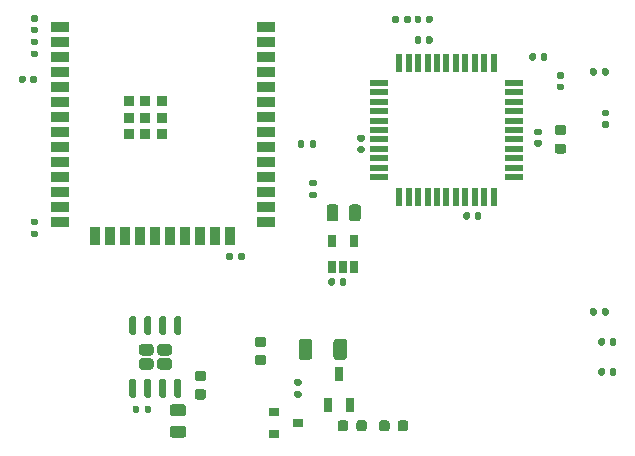
<source format=gbr>
%TF.GenerationSoftware,KiCad,Pcbnew,5.1.10-88a1d61d58~88~ubuntu18.04.1*%
%TF.CreationDate,2021-08-17T21:06:29+02:00*%
%TF.ProjectId,Mainboard,4d61696e-626f-4617-9264-2e6b69636164,rev?*%
%TF.SameCoordinates,Original*%
%TF.FileFunction,Paste,Top*%
%TF.FilePolarity,Positive*%
%FSLAX46Y46*%
G04 Gerber Fmt 4.6, Leading zero omitted, Abs format (unit mm)*
G04 Created by KiCad (PCBNEW 5.1.10-88a1d61d58~88~ubuntu18.04.1) date 2021-08-17 21:06:29*
%MOMM*%
%LPD*%
G01*
G04 APERTURE LIST*
%ADD10C,0.100000*%
%ADD11R,0.650000X1.220000*%
%ADD12R,0.650000X1.060000*%
%ADD13R,0.900000X0.800000*%
%ADD14R,0.900000X0.900000*%
%ADD15R,1.500000X0.900000*%
%ADD16R,0.900000X1.500000*%
%ADD17R,0.550000X1.500000*%
%ADD18R,1.500000X0.550000*%
G04 APERTURE END LIST*
D10*
%TO.C,U1*%
G36*
X130200000Y-49225000D02*
G01*
X130200000Y-49725000D01*
X130700000Y-49725000D01*
X130700000Y-49225000D01*
X130200000Y-49225000D01*
G37*
G36*
X133000000Y-49225000D02*
G01*
X133000000Y-49725000D01*
X133500000Y-49725000D01*
X133500000Y-49225000D01*
X133000000Y-49225000D01*
G37*
G36*
X133000000Y-52025000D02*
G01*
X133000000Y-52525000D01*
X133500000Y-52525000D01*
X133500000Y-52025000D01*
X133000000Y-52025000D01*
G37*
G36*
X130200000Y-52025000D02*
G01*
X130200000Y-52525000D01*
X130700000Y-52525000D01*
X130700000Y-52025000D01*
X130200000Y-52025000D01*
G37*
G36*
X130200000Y-50625000D02*
G01*
X130200000Y-51125000D01*
X130700000Y-51125000D01*
X130700000Y-50625000D01*
X130200000Y-50625000D01*
G37*
G36*
X133000000Y-50625000D02*
G01*
X133000000Y-51125000D01*
X133500000Y-51125000D01*
X133500000Y-50625000D01*
X133000000Y-50625000D01*
G37*
G36*
X131600000Y-49225000D02*
G01*
X131600000Y-49725000D01*
X132100000Y-49725000D01*
X132100000Y-49225000D01*
X131600000Y-49225000D01*
G37*
G36*
X131600000Y-52025000D02*
G01*
X131600000Y-52525000D01*
X132100000Y-52525000D01*
X132100000Y-52025000D01*
X131600000Y-52025000D01*
G37*
G36*
X131600000Y-50625000D02*
G01*
X131600000Y-51075000D01*
X132100000Y-51075000D01*
X132100000Y-50625000D01*
X131600000Y-50625000D01*
G37*
%TD*%
D11*
%TO.C,Q2*%
X148275000Y-72564000D03*
X149225000Y-75184000D03*
X147325000Y-75184000D03*
%TD*%
%TO.C,C8*%
G36*
G01*
X149106000Y-59403000D02*
X149106000Y-58453000D01*
G75*
G02*
X149356000Y-58203000I250000J0D01*
G01*
X149856000Y-58203000D01*
G75*
G02*
X150106000Y-58453000I0J-250000D01*
G01*
X150106000Y-59403000D01*
G75*
G02*
X149856000Y-59653000I-250000J0D01*
G01*
X149356000Y-59653000D01*
G75*
G02*
X149106000Y-59403000I0J250000D01*
G01*
G37*
G36*
G01*
X147206000Y-59403000D02*
X147206000Y-58453000D01*
G75*
G02*
X147456000Y-58203000I250000J0D01*
G01*
X147956000Y-58203000D01*
G75*
G02*
X148206000Y-58453000I0J-250000D01*
G01*
X148206000Y-59403000D01*
G75*
G02*
X147956000Y-59653000I-250000J0D01*
G01*
X147456000Y-59653000D01*
G75*
G02*
X147206000Y-59403000I0J250000D01*
G01*
G37*
%TD*%
%TO.C,C17*%
G36*
G01*
X121720000Y-47455000D02*
X121720000Y-47795000D01*
G75*
G02*
X121580000Y-47935000I-140000J0D01*
G01*
X121300000Y-47935000D01*
G75*
G02*
X121160000Y-47795000I0J140000D01*
G01*
X121160000Y-47455000D01*
G75*
G02*
X121300000Y-47315000I140000J0D01*
G01*
X121580000Y-47315000D01*
G75*
G02*
X121720000Y-47455000I0J-140000D01*
G01*
G37*
G36*
G01*
X122680000Y-47455000D02*
X122680000Y-47795000D01*
G75*
G02*
X122540000Y-47935000I-140000J0D01*
G01*
X122260000Y-47935000D01*
G75*
G02*
X122120000Y-47795000I0J140000D01*
G01*
X122120000Y-47455000D01*
G75*
G02*
X122260000Y-47315000I140000J0D01*
G01*
X122540000Y-47315000D01*
G75*
G02*
X122680000Y-47455000I0J-140000D01*
G01*
G37*
%TD*%
%TO.C,C16*%
G36*
G01*
X145990000Y-69834999D02*
X145990000Y-71135001D01*
G75*
G02*
X145740001Y-71385000I-249999J0D01*
G01*
X145089999Y-71385000D01*
G75*
G02*
X144840000Y-71135001I0J249999D01*
G01*
X144840000Y-69834999D01*
G75*
G02*
X145089999Y-69585000I249999J0D01*
G01*
X145740001Y-69585000D01*
G75*
G02*
X145990000Y-69834999I0J-249999D01*
G01*
G37*
G36*
G01*
X148940000Y-69834999D02*
X148940000Y-71135001D01*
G75*
G02*
X148690001Y-71385000I-249999J0D01*
G01*
X148039999Y-71385000D01*
G75*
G02*
X147790000Y-71135001I0J249999D01*
G01*
X147790000Y-69834999D01*
G75*
G02*
X148039999Y-69585000I249999J0D01*
G01*
X148690001Y-69585000D01*
G75*
G02*
X148940000Y-69834999I0J-249999D01*
G01*
G37*
%TD*%
%TO.C,C15*%
G36*
G01*
X136775000Y-73195000D02*
X136275000Y-73195000D01*
G75*
G02*
X136050000Y-72970000I0J225000D01*
G01*
X136050000Y-72520000D01*
G75*
G02*
X136275000Y-72295000I225000J0D01*
G01*
X136775000Y-72295000D01*
G75*
G02*
X137000000Y-72520000I0J-225000D01*
G01*
X137000000Y-72970000D01*
G75*
G02*
X136775000Y-73195000I-225000J0D01*
G01*
G37*
G36*
G01*
X136775000Y-74745000D02*
X136275000Y-74745000D01*
G75*
G02*
X136050000Y-74520000I0J225000D01*
G01*
X136050000Y-74070000D01*
G75*
G02*
X136275000Y-73845000I225000J0D01*
G01*
X136775000Y-73845000D01*
G75*
G02*
X137000000Y-74070000I0J-225000D01*
G01*
X137000000Y-74520000D01*
G75*
G02*
X136775000Y-74745000I-225000J0D01*
G01*
G37*
%TD*%
%TO.C,R11*%
G36*
G01*
X134169999Y-76957500D02*
X135070001Y-76957500D01*
G75*
G02*
X135320000Y-77207499I0J-249999D01*
G01*
X135320000Y-77732501D01*
G75*
G02*
X135070001Y-77982500I-249999J0D01*
G01*
X134169999Y-77982500D01*
G75*
G02*
X133920000Y-77732501I0J249999D01*
G01*
X133920000Y-77207499D01*
G75*
G02*
X134169999Y-76957500I249999J0D01*
G01*
G37*
G36*
G01*
X134169999Y-75132500D02*
X135070001Y-75132500D01*
G75*
G02*
X135320000Y-75382499I0J-249999D01*
G01*
X135320000Y-75907501D01*
G75*
G02*
X135070001Y-76157500I-249999J0D01*
G01*
X134169999Y-76157500D01*
G75*
G02*
X133920000Y-75907501I0J249999D01*
G01*
X133920000Y-75382499D01*
G75*
G02*
X134169999Y-75132500I249999J0D01*
G01*
G37*
%TD*%
%TO.C,U4*%
G36*
G01*
X133872500Y-71005000D02*
X133107500Y-71005000D01*
G75*
G02*
X132865000Y-70762500I0J242500D01*
G01*
X132865000Y-70277500D01*
G75*
G02*
X133107500Y-70035000I242500J0D01*
G01*
X133872500Y-70035000D01*
G75*
G02*
X134115000Y-70277500I0J-242500D01*
G01*
X134115000Y-70762500D01*
G75*
G02*
X133872500Y-71005000I-242500J0D01*
G01*
G37*
G36*
G01*
X132322500Y-71005000D02*
X131557500Y-71005000D01*
G75*
G02*
X131315000Y-70762500I0J242500D01*
G01*
X131315000Y-70277500D01*
G75*
G02*
X131557500Y-70035000I242500J0D01*
G01*
X132322500Y-70035000D01*
G75*
G02*
X132565000Y-70277500I0J-242500D01*
G01*
X132565000Y-70762500D01*
G75*
G02*
X132322500Y-71005000I-242500J0D01*
G01*
G37*
G36*
G01*
X133872500Y-72205000D02*
X133107500Y-72205000D01*
G75*
G02*
X132865000Y-71962500I0J242500D01*
G01*
X132865000Y-71477500D01*
G75*
G02*
X133107500Y-71235000I242500J0D01*
G01*
X133872500Y-71235000D01*
G75*
G02*
X134115000Y-71477500I0J-242500D01*
G01*
X134115000Y-71962500D01*
G75*
G02*
X133872500Y-72205000I-242500J0D01*
G01*
G37*
G36*
G01*
X132322500Y-72205000D02*
X131557500Y-72205000D01*
G75*
G02*
X131315000Y-71962500I0J242500D01*
G01*
X131315000Y-71477500D01*
G75*
G02*
X131557500Y-71235000I242500J0D01*
G01*
X132322500Y-71235000D01*
G75*
G02*
X132565000Y-71477500I0J-242500D01*
G01*
X132565000Y-71962500D01*
G75*
G02*
X132322500Y-72205000I-242500J0D01*
G01*
G37*
G36*
G01*
X130960000Y-69270000D02*
X130660000Y-69270000D01*
G75*
G02*
X130510000Y-69120000I0J150000D01*
G01*
X130510000Y-67820000D01*
G75*
G02*
X130660000Y-67670000I150000J0D01*
G01*
X130960000Y-67670000D01*
G75*
G02*
X131110000Y-67820000I0J-150000D01*
G01*
X131110000Y-69120000D01*
G75*
G02*
X130960000Y-69270000I-150000J0D01*
G01*
G37*
G36*
G01*
X132230000Y-69270000D02*
X131930000Y-69270000D01*
G75*
G02*
X131780000Y-69120000I0J150000D01*
G01*
X131780000Y-67820000D01*
G75*
G02*
X131930000Y-67670000I150000J0D01*
G01*
X132230000Y-67670000D01*
G75*
G02*
X132380000Y-67820000I0J-150000D01*
G01*
X132380000Y-69120000D01*
G75*
G02*
X132230000Y-69270000I-150000J0D01*
G01*
G37*
G36*
G01*
X133500000Y-69270000D02*
X133200000Y-69270000D01*
G75*
G02*
X133050000Y-69120000I0J150000D01*
G01*
X133050000Y-67820000D01*
G75*
G02*
X133200000Y-67670000I150000J0D01*
G01*
X133500000Y-67670000D01*
G75*
G02*
X133650000Y-67820000I0J-150000D01*
G01*
X133650000Y-69120000D01*
G75*
G02*
X133500000Y-69270000I-150000J0D01*
G01*
G37*
G36*
G01*
X134770000Y-69270000D02*
X134470000Y-69270000D01*
G75*
G02*
X134320000Y-69120000I0J150000D01*
G01*
X134320000Y-67820000D01*
G75*
G02*
X134470000Y-67670000I150000J0D01*
G01*
X134770000Y-67670000D01*
G75*
G02*
X134920000Y-67820000I0J-150000D01*
G01*
X134920000Y-69120000D01*
G75*
G02*
X134770000Y-69270000I-150000J0D01*
G01*
G37*
G36*
G01*
X134770000Y-74570000D02*
X134470000Y-74570000D01*
G75*
G02*
X134320000Y-74420000I0J150000D01*
G01*
X134320000Y-73120000D01*
G75*
G02*
X134470000Y-72970000I150000J0D01*
G01*
X134770000Y-72970000D01*
G75*
G02*
X134920000Y-73120000I0J-150000D01*
G01*
X134920000Y-74420000D01*
G75*
G02*
X134770000Y-74570000I-150000J0D01*
G01*
G37*
G36*
G01*
X133500000Y-74570000D02*
X133200000Y-74570000D01*
G75*
G02*
X133050000Y-74420000I0J150000D01*
G01*
X133050000Y-73120000D01*
G75*
G02*
X133200000Y-72970000I150000J0D01*
G01*
X133500000Y-72970000D01*
G75*
G02*
X133650000Y-73120000I0J-150000D01*
G01*
X133650000Y-74420000D01*
G75*
G02*
X133500000Y-74570000I-150000J0D01*
G01*
G37*
G36*
G01*
X132230000Y-74570000D02*
X131930000Y-74570000D01*
G75*
G02*
X131780000Y-74420000I0J150000D01*
G01*
X131780000Y-73120000D01*
G75*
G02*
X131930000Y-72970000I150000J0D01*
G01*
X132230000Y-72970000D01*
G75*
G02*
X132380000Y-73120000I0J-150000D01*
G01*
X132380000Y-74420000D01*
G75*
G02*
X132230000Y-74570000I-150000J0D01*
G01*
G37*
G36*
G01*
X130960000Y-74570000D02*
X130660000Y-74570000D01*
G75*
G02*
X130510000Y-74420000I0J150000D01*
G01*
X130510000Y-73120000D01*
G75*
G02*
X130660000Y-72970000I150000J0D01*
G01*
X130960000Y-72970000D01*
G75*
G02*
X131110000Y-73120000I0J-150000D01*
G01*
X131110000Y-74420000D01*
G75*
G02*
X130960000Y-74570000I-150000J0D01*
G01*
G37*
%TD*%
%TO.C,C14*%
G36*
G01*
X166835000Y-47980000D02*
X167175000Y-47980000D01*
G75*
G02*
X167315000Y-48120000I0J-140000D01*
G01*
X167315000Y-48400000D01*
G75*
G02*
X167175000Y-48540000I-140000J0D01*
G01*
X166835000Y-48540000D01*
G75*
G02*
X166695000Y-48400000I0J140000D01*
G01*
X166695000Y-48120000D01*
G75*
G02*
X166835000Y-47980000I140000J0D01*
G01*
G37*
G36*
G01*
X166835000Y-47020000D02*
X167175000Y-47020000D01*
G75*
G02*
X167315000Y-47160000I0J-140000D01*
G01*
X167315000Y-47440000D01*
G75*
G02*
X167175000Y-47580000I-140000J0D01*
G01*
X166835000Y-47580000D01*
G75*
G02*
X166695000Y-47440000I0J140000D01*
G01*
X166695000Y-47160000D01*
G75*
G02*
X166835000Y-47020000I140000J0D01*
G01*
G37*
%TD*%
%TO.C,C13*%
G36*
G01*
X170985000Y-50755000D02*
X170645000Y-50755000D01*
G75*
G02*
X170505000Y-50615000I0J140000D01*
G01*
X170505000Y-50335000D01*
G75*
G02*
X170645000Y-50195000I140000J0D01*
G01*
X170985000Y-50195000D01*
G75*
G02*
X171125000Y-50335000I0J-140000D01*
G01*
X171125000Y-50615000D01*
G75*
G02*
X170985000Y-50755000I-140000J0D01*
G01*
G37*
G36*
G01*
X170985000Y-51715000D02*
X170645000Y-51715000D01*
G75*
G02*
X170505000Y-51575000I0J140000D01*
G01*
X170505000Y-51295000D01*
G75*
G02*
X170645000Y-51155000I140000J0D01*
G01*
X170985000Y-51155000D01*
G75*
G02*
X171125000Y-51295000I0J-140000D01*
G01*
X171125000Y-51575000D01*
G75*
G02*
X170985000Y-51715000I-140000J0D01*
G01*
G37*
%TD*%
%TO.C,C12*%
G36*
G01*
X171170000Y-70020000D02*
X171170000Y-69680000D01*
G75*
G02*
X171310000Y-69540000I140000J0D01*
G01*
X171590000Y-69540000D01*
G75*
G02*
X171730000Y-69680000I0J-140000D01*
G01*
X171730000Y-70020000D01*
G75*
G02*
X171590000Y-70160000I-140000J0D01*
G01*
X171310000Y-70160000D01*
G75*
G02*
X171170000Y-70020000I0J140000D01*
G01*
G37*
G36*
G01*
X170210000Y-70020000D02*
X170210000Y-69680000D01*
G75*
G02*
X170350000Y-69540000I140000J0D01*
G01*
X170630000Y-69540000D01*
G75*
G02*
X170770000Y-69680000I0J-140000D01*
G01*
X170770000Y-70020000D01*
G75*
G02*
X170630000Y-70160000I-140000J0D01*
G01*
X170350000Y-70160000D01*
G75*
G02*
X170210000Y-70020000I0J140000D01*
G01*
G37*
%TD*%
%TO.C,C11*%
G36*
G01*
X171170000Y-72560000D02*
X171170000Y-72220000D01*
G75*
G02*
X171310000Y-72080000I140000J0D01*
G01*
X171590000Y-72080000D01*
G75*
G02*
X171730000Y-72220000I0J-140000D01*
G01*
X171730000Y-72560000D01*
G75*
G02*
X171590000Y-72700000I-140000J0D01*
G01*
X171310000Y-72700000D01*
G75*
G02*
X171170000Y-72560000I0J140000D01*
G01*
G37*
G36*
G01*
X170210000Y-72560000D02*
X170210000Y-72220000D01*
G75*
G02*
X170350000Y-72080000I140000J0D01*
G01*
X170630000Y-72080000D01*
G75*
G02*
X170770000Y-72220000I0J-140000D01*
G01*
X170770000Y-72560000D01*
G75*
G02*
X170630000Y-72700000I-140000J0D01*
G01*
X170350000Y-72700000D01*
G75*
G02*
X170210000Y-72560000I0J140000D01*
G01*
G37*
%TD*%
%TO.C,C10*%
G36*
G01*
X141855000Y-70300000D02*
X141355000Y-70300000D01*
G75*
G02*
X141130000Y-70075000I0J225000D01*
G01*
X141130000Y-69625000D01*
G75*
G02*
X141355000Y-69400000I225000J0D01*
G01*
X141855000Y-69400000D01*
G75*
G02*
X142080000Y-69625000I0J-225000D01*
G01*
X142080000Y-70075000D01*
G75*
G02*
X141855000Y-70300000I-225000J0D01*
G01*
G37*
G36*
G01*
X141855000Y-71850000D02*
X141355000Y-71850000D01*
G75*
G02*
X141130000Y-71625000I0J225000D01*
G01*
X141130000Y-71175000D01*
G75*
G02*
X141355000Y-70950000I225000J0D01*
G01*
X141855000Y-70950000D01*
G75*
G02*
X142080000Y-71175000I0J-225000D01*
G01*
X142080000Y-71625000D01*
G75*
G02*
X141855000Y-71850000I-225000J0D01*
G01*
G37*
%TD*%
%TO.C,R10*%
G36*
G01*
X131330000Y-75380000D02*
X131330000Y-75750000D01*
G75*
G02*
X131195000Y-75885000I-135000J0D01*
G01*
X130925000Y-75885000D01*
G75*
G02*
X130790000Y-75750000I0J135000D01*
G01*
X130790000Y-75380000D01*
G75*
G02*
X130925000Y-75245000I135000J0D01*
G01*
X131195000Y-75245000D01*
G75*
G02*
X131330000Y-75380000I0J-135000D01*
G01*
G37*
G36*
G01*
X132350000Y-75380000D02*
X132350000Y-75750000D01*
G75*
G02*
X132215000Y-75885000I-135000J0D01*
G01*
X131945000Y-75885000D01*
G75*
G02*
X131810000Y-75750000I0J135000D01*
G01*
X131810000Y-75380000D01*
G75*
G02*
X131945000Y-75245000I135000J0D01*
G01*
X132215000Y-75245000D01*
G75*
G02*
X132350000Y-75380000I0J-135000D01*
G01*
G37*
%TD*%
%TO.C,R9*%
G36*
G01*
X145782000Y-53271000D02*
X145782000Y-52901000D01*
G75*
G02*
X145917000Y-52766000I135000J0D01*
G01*
X146187000Y-52766000D01*
G75*
G02*
X146322000Y-52901000I0J-135000D01*
G01*
X146322000Y-53271000D01*
G75*
G02*
X146187000Y-53406000I-135000J0D01*
G01*
X145917000Y-53406000D01*
G75*
G02*
X145782000Y-53271000I0J135000D01*
G01*
G37*
G36*
G01*
X144762000Y-53271000D02*
X144762000Y-52901000D01*
G75*
G02*
X144897000Y-52766000I135000J0D01*
G01*
X145167000Y-52766000D01*
G75*
G02*
X145302000Y-52901000I0J-135000D01*
G01*
X145302000Y-53271000D01*
G75*
G02*
X145167000Y-53406000I-135000J0D01*
G01*
X144897000Y-53406000D01*
G75*
G02*
X144762000Y-53271000I0J135000D01*
G01*
G37*
%TD*%
%TO.C,R8*%
G36*
G01*
X145865000Y-57136000D02*
X146235000Y-57136000D01*
G75*
G02*
X146370000Y-57271000I0J-135000D01*
G01*
X146370000Y-57541000D01*
G75*
G02*
X146235000Y-57676000I-135000J0D01*
G01*
X145865000Y-57676000D01*
G75*
G02*
X145730000Y-57541000I0J135000D01*
G01*
X145730000Y-57271000D01*
G75*
G02*
X145865000Y-57136000I135000J0D01*
G01*
G37*
G36*
G01*
X145865000Y-56116000D02*
X146235000Y-56116000D01*
G75*
G02*
X146370000Y-56251000I0J-135000D01*
G01*
X146370000Y-56521000D01*
G75*
G02*
X146235000Y-56656000I-135000J0D01*
G01*
X145865000Y-56656000D01*
G75*
G02*
X145730000Y-56521000I0J135000D01*
G01*
X145730000Y-56251000D01*
G75*
G02*
X145865000Y-56116000I135000J0D01*
G01*
G37*
%TD*%
%TO.C,C9*%
G36*
G01*
X165328000Y-45890000D02*
X165328000Y-45550000D01*
G75*
G02*
X165468000Y-45410000I140000J0D01*
G01*
X165748000Y-45410000D01*
G75*
G02*
X165888000Y-45550000I0J-140000D01*
G01*
X165888000Y-45890000D01*
G75*
G02*
X165748000Y-46030000I-140000J0D01*
G01*
X165468000Y-46030000D01*
G75*
G02*
X165328000Y-45890000I0J140000D01*
G01*
G37*
G36*
G01*
X164368000Y-45890000D02*
X164368000Y-45550000D01*
G75*
G02*
X164508000Y-45410000I140000J0D01*
G01*
X164788000Y-45410000D01*
G75*
G02*
X164928000Y-45550000I0J-140000D01*
G01*
X164928000Y-45890000D01*
G75*
G02*
X164788000Y-46030000I-140000J0D01*
G01*
X164508000Y-46030000D01*
G75*
G02*
X164368000Y-45890000I0J140000D01*
G01*
G37*
%TD*%
D12*
%TO.C,U3*%
X147640000Y-61300000D03*
X149540000Y-61300000D03*
X149540000Y-63500000D03*
X148590000Y-63500000D03*
X147640000Y-63500000D03*
%TD*%
%TO.C,C7*%
G36*
G01*
X148310000Y-64940000D02*
X148310000Y-64600000D01*
G75*
G02*
X148450000Y-64460000I140000J0D01*
G01*
X148730000Y-64460000D01*
G75*
G02*
X148870000Y-64600000I0J-140000D01*
G01*
X148870000Y-64940000D01*
G75*
G02*
X148730000Y-65080000I-140000J0D01*
G01*
X148450000Y-65080000D01*
G75*
G02*
X148310000Y-64940000I0J140000D01*
G01*
G37*
G36*
G01*
X147350000Y-64940000D02*
X147350000Y-64600000D01*
G75*
G02*
X147490000Y-64460000I140000J0D01*
G01*
X147770000Y-64460000D01*
G75*
G02*
X147910000Y-64600000I0J-140000D01*
G01*
X147910000Y-64940000D01*
G75*
G02*
X147770000Y-65080000I-140000J0D01*
G01*
X147490000Y-65080000D01*
G75*
G02*
X147350000Y-64940000I0J140000D01*
G01*
G37*
%TD*%
D13*
%TO.C,Q1*%
X144780000Y-76708000D03*
X142780000Y-77658000D03*
X142780000Y-75758000D03*
%TD*%
%TO.C,R7*%
G36*
G01*
X144965000Y-73545000D02*
X144595000Y-73545000D01*
G75*
G02*
X144460000Y-73410000I0J135000D01*
G01*
X144460000Y-73140000D01*
G75*
G02*
X144595000Y-73005000I135000J0D01*
G01*
X144965000Y-73005000D01*
G75*
G02*
X145100000Y-73140000I0J-135000D01*
G01*
X145100000Y-73410000D01*
G75*
G02*
X144965000Y-73545000I-135000J0D01*
G01*
G37*
G36*
G01*
X144965000Y-74565000D02*
X144595000Y-74565000D01*
G75*
G02*
X144460000Y-74430000I0J135000D01*
G01*
X144460000Y-74160000D01*
G75*
G02*
X144595000Y-74025000I135000J0D01*
G01*
X144965000Y-74025000D01*
G75*
G02*
X145100000Y-74160000I0J-135000D01*
G01*
X145100000Y-74430000D01*
G75*
G02*
X144965000Y-74565000I-135000J0D01*
G01*
G37*
%TD*%
%TO.C,D2*%
G36*
G01*
X153232500Y-77218250D02*
X153232500Y-76705750D01*
G75*
G02*
X153451250Y-76487000I218750J0D01*
G01*
X153888750Y-76487000D01*
G75*
G02*
X154107500Y-76705750I0J-218750D01*
G01*
X154107500Y-77218250D01*
G75*
G02*
X153888750Y-77437000I-218750J0D01*
G01*
X153451250Y-77437000D01*
G75*
G02*
X153232500Y-77218250I0J218750D01*
G01*
G37*
G36*
G01*
X151657500Y-77218250D02*
X151657500Y-76705750D01*
G75*
G02*
X151876250Y-76487000I218750J0D01*
G01*
X152313750Y-76487000D01*
G75*
G02*
X152532500Y-76705750I0J-218750D01*
G01*
X152532500Y-77218250D01*
G75*
G02*
X152313750Y-77437000I-218750J0D01*
G01*
X151876250Y-77437000D01*
G75*
G02*
X151657500Y-77218250I0J218750D01*
G01*
G37*
%TD*%
%TO.C,D1*%
G36*
G01*
X149027500Y-76705750D02*
X149027500Y-77218250D01*
G75*
G02*
X148808750Y-77437000I-218750J0D01*
G01*
X148371250Y-77437000D01*
G75*
G02*
X148152500Y-77218250I0J218750D01*
G01*
X148152500Y-76705750D01*
G75*
G02*
X148371250Y-76487000I218750J0D01*
G01*
X148808750Y-76487000D01*
G75*
G02*
X149027500Y-76705750I0J-218750D01*
G01*
G37*
G36*
G01*
X150602500Y-76705750D02*
X150602500Y-77218250D01*
G75*
G02*
X150383750Y-77437000I-218750J0D01*
G01*
X149946250Y-77437000D01*
G75*
G02*
X149727500Y-77218250I0J218750D01*
G01*
X149727500Y-76705750D01*
G75*
G02*
X149946250Y-76487000I218750J0D01*
G01*
X150383750Y-76487000D01*
G75*
G02*
X150602500Y-76705750I0J-218750D01*
G01*
G37*
%TD*%
D14*
%TO.C,U1*%
X133250000Y-52265000D03*
X131850000Y-52265000D03*
X130450000Y-52265000D03*
X130450000Y-50865000D03*
X131850000Y-50865000D03*
X133250000Y-50865000D03*
X130450000Y-49465000D03*
X131850000Y-49465000D03*
X133250000Y-49465000D03*
D15*
X142100000Y-43180000D03*
X142100000Y-44450000D03*
X142100000Y-45720000D03*
X142100000Y-46990000D03*
X142100000Y-48260000D03*
X142100000Y-49530000D03*
X142100000Y-50800000D03*
D16*
X135255000Y-60915000D03*
X136525000Y-60915000D03*
X137795000Y-60915000D03*
X133985000Y-60915000D03*
X132715000Y-60915000D03*
X131445000Y-60915000D03*
D15*
X124600000Y-43180000D03*
X124600000Y-44450000D03*
X124600000Y-45720000D03*
D16*
X128905000Y-60915000D03*
X127635000Y-60915000D03*
D15*
X124600000Y-59690000D03*
X124600000Y-58420000D03*
X124600000Y-57150000D03*
D16*
X130175000Y-60915000D03*
D15*
X142100000Y-52070000D03*
X142100000Y-53340000D03*
X142100000Y-54610000D03*
X142100000Y-55880000D03*
X142100000Y-57150000D03*
X142100000Y-58420000D03*
X142100000Y-59690000D03*
D16*
X139065000Y-60915000D03*
D15*
X124600000Y-55880000D03*
X124600000Y-54610000D03*
X124600000Y-53340000D03*
X124600000Y-52070000D03*
X124600000Y-50800000D03*
X124600000Y-49530000D03*
X124600000Y-48260000D03*
X124600000Y-46990000D03*
%TD*%
%TO.C,R6*%
G36*
G01*
X170065000Y-67125000D02*
X170065000Y-67495000D01*
G75*
G02*
X169930000Y-67630000I-135000J0D01*
G01*
X169660000Y-67630000D01*
G75*
G02*
X169525000Y-67495000I0J135000D01*
G01*
X169525000Y-67125000D01*
G75*
G02*
X169660000Y-66990000I135000J0D01*
G01*
X169930000Y-66990000D01*
G75*
G02*
X170065000Y-67125000I0J-135000D01*
G01*
G37*
G36*
G01*
X171085000Y-67125000D02*
X171085000Y-67495000D01*
G75*
G02*
X170950000Y-67630000I-135000J0D01*
G01*
X170680000Y-67630000D01*
G75*
G02*
X170545000Y-67495000I0J135000D01*
G01*
X170545000Y-67125000D01*
G75*
G02*
X170680000Y-66990000I135000J0D01*
G01*
X170950000Y-66990000D01*
G75*
G02*
X171085000Y-67125000I0J-135000D01*
G01*
G37*
%TD*%
%TO.C,R5*%
G36*
G01*
X170065000Y-46805000D02*
X170065000Y-47175000D01*
G75*
G02*
X169930000Y-47310000I-135000J0D01*
G01*
X169660000Y-47310000D01*
G75*
G02*
X169525000Y-47175000I0J135000D01*
G01*
X169525000Y-46805000D01*
G75*
G02*
X169660000Y-46670000I135000J0D01*
G01*
X169930000Y-46670000D01*
G75*
G02*
X170065000Y-46805000I0J-135000D01*
G01*
G37*
G36*
G01*
X171085000Y-46805000D02*
X171085000Y-47175000D01*
G75*
G02*
X170950000Y-47310000I-135000J0D01*
G01*
X170680000Y-47310000D01*
G75*
G02*
X170545000Y-47175000I0J135000D01*
G01*
X170545000Y-46805000D01*
G75*
G02*
X170680000Y-46670000I135000J0D01*
G01*
X170950000Y-46670000D01*
G75*
G02*
X171085000Y-46805000I0J-135000D01*
G01*
G37*
%TD*%
%TO.C,FB1*%
G36*
G01*
X167261250Y-52355000D02*
X166748750Y-52355000D01*
G75*
G02*
X166530000Y-52136250I0J218750D01*
G01*
X166530000Y-51698750D01*
G75*
G02*
X166748750Y-51480000I218750J0D01*
G01*
X167261250Y-51480000D01*
G75*
G02*
X167480000Y-51698750I0J-218750D01*
G01*
X167480000Y-52136250D01*
G75*
G02*
X167261250Y-52355000I-218750J0D01*
G01*
G37*
G36*
G01*
X167261250Y-53930000D02*
X166748750Y-53930000D01*
G75*
G02*
X166530000Y-53711250I0J218750D01*
G01*
X166530000Y-53273750D01*
G75*
G02*
X166748750Y-53055000I218750J0D01*
G01*
X167261250Y-53055000D01*
G75*
G02*
X167480000Y-53273750I0J-218750D01*
G01*
X167480000Y-53711250D01*
G75*
G02*
X167261250Y-53930000I-218750J0D01*
G01*
G37*
%TD*%
%TO.C,C6*%
G36*
G01*
X165270000Y-52350000D02*
X164930000Y-52350000D01*
G75*
G02*
X164790000Y-52210000I0J140000D01*
G01*
X164790000Y-51930000D01*
G75*
G02*
X164930000Y-51790000I140000J0D01*
G01*
X165270000Y-51790000D01*
G75*
G02*
X165410000Y-51930000I0J-140000D01*
G01*
X165410000Y-52210000D01*
G75*
G02*
X165270000Y-52350000I-140000J0D01*
G01*
G37*
G36*
G01*
X165270000Y-53310000D02*
X164930000Y-53310000D01*
G75*
G02*
X164790000Y-53170000I0J140000D01*
G01*
X164790000Y-52890000D01*
G75*
G02*
X164930000Y-52750000I140000J0D01*
G01*
X165270000Y-52750000D01*
G75*
G02*
X165410000Y-52890000I0J-140000D01*
G01*
X165410000Y-53170000D01*
G75*
G02*
X165270000Y-53310000I-140000J0D01*
G01*
G37*
%TD*%
%TO.C,C5*%
G36*
G01*
X155620000Y-44460000D02*
X155620000Y-44120000D01*
G75*
G02*
X155760000Y-43980000I140000J0D01*
G01*
X156040000Y-43980000D01*
G75*
G02*
X156180000Y-44120000I0J-140000D01*
G01*
X156180000Y-44460000D01*
G75*
G02*
X156040000Y-44600000I-140000J0D01*
G01*
X155760000Y-44600000D01*
G75*
G02*
X155620000Y-44460000I0J140000D01*
G01*
G37*
G36*
G01*
X154660000Y-44460000D02*
X154660000Y-44120000D01*
G75*
G02*
X154800000Y-43980000I140000J0D01*
G01*
X155080000Y-43980000D01*
G75*
G02*
X155220000Y-44120000I0J-140000D01*
G01*
X155220000Y-44460000D01*
G75*
G02*
X155080000Y-44600000I-140000J0D01*
G01*
X154800000Y-44600000D01*
G75*
G02*
X154660000Y-44460000I0J140000D01*
G01*
G37*
%TD*%
%TO.C,C4*%
G36*
G01*
X150284000Y-52886000D02*
X149944000Y-52886000D01*
G75*
G02*
X149804000Y-52746000I0J140000D01*
G01*
X149804000Y-52466000D01*
G75*
G02*
X149944000Y-52326000I140000J0D01*
G01*
X150284000Y-52326000D01*
G75*
G02*
X150424000Y-52466000I0J-140000D01*
G01*
X150424000Y-52746000D01*
G75*
G02*
X150284000Y-52886000I-140000J0D01*
G01*
G37*
G36*
G01*
X150284000Y-53846000D02*
X149944000Y-53846000D01*
G75*
G02*
X149804000Y-53706000I0J140000D01*
G01*
X149804000Y-53426000D01*
G75*
G02*
X149944000Y-53286000I140000J0D01*
G01*
X150284000Y-53286000D01*
G75*
G02*
X150424000Y-53426000I0J-140000D01*
G01*
X150424000Y-53706000D01*
G75*
G02*
X150284000Y-53846000I-140000J0D01*
G01*
G37*
%TD*%
%TO.C,C3*%
G36*
G01*
X159340000Y-59012000D02*
X159340000Y-59352000D01*
G75*
G02*
X159200000Y-59492000I-140000J0D01*
G01*
X158920000Y-59492000D01*
G75*
G02*
X158780000Y-59352000I0J140000D01*
G01*
X158780000Y-59012000D01*
G75*
G02*
X158920000Y-58872000I140000J0D01*
G01*
X159200000Y-58872000D01*
G75*
G02*
X159340000Y-59012000I0J-140000D01*
G01*
G37*
G36*
G01*
X160300000Y-59012000D02*
X160300000Y-59352000D01*
G75*
G02*
X160160000Y-59492000I-140000J0D01*
G01*
X159880000Y-59492000D01*
G75*
G02*
X159740000Y-59352000I0J140000D01*
G01*
X159740000Y-59012000D01*
G75*
G02*
X159880000Y-58872000I140000J0D01*
G01*
X160160000Y-58872000D01*
G75*
G02*
X160300000Y-59012000I0J-140000D01*
G01*
G37*
%TD*%
%TO.C,C2*%
G36*
G01*
X155620000Y-42715000D02*
X155620000Y-42375000D01*
G75*
G02*
X155760000Y-42235000I140000J0D01*
G01*
X156040000Y-42235000D01*
G75*
G02*
X156180000Y-42375000I0J-140000D01*
G01*
X156180000Y-42715000D01*
G75*
G02*
X156040000Y-42855000I-140000J0D01*
G01*
X155760000Y-42855000D01*
G75*
G02*
X155620000Y-42715000I0J140000D01*
G01*
G37*
G36*
G01*
X154660000Y-42715000D02*
X154660000Y-42375000D01*
G75*
G02*
X154800000Y-42235000I140000J0D01*
G01*
X155080000Y-42235000D01*
G75*
G02*
X155220000Y-42375000I0J-140000D01*
G01*
X155220000Y-42715000D01*
G75*
G02*
X155080000Y-42855000I-140000J0D01*
G01*
X154800000Y-42855000D01*
G75*
G02*
X154660000Y-42715000I0J140000D01*
G01*
G37*
%TD*%
D17*
%TO.C,U2*%
X161353000Y-46210000D03*
X160553000Y-46210000D03*
X159753000Y-46210000D03*
X158953000Y-46210000D03*
X158153000Y-46210000D03*
X157353000Y-46210000D03*
X156553000Y-46210000D03*
X155753000Y-46210000D03*
X154953000Y-46210000D03*
X154153000Y-46210000D03*
X153353000Y-46210000D03*
D18*
X151653000Y-47910000D03*
X151653000Y-48710000D03*
X151653000Y-49510000D03*
X151653000Y-50310000D03*
X151653000Y-51110000D03*
X151653000Y-51910000D03*
X151653000Y-52710000D03*
X151653000Y-53510000D03*
X151653000Y-54310000D03*
X151653000Y-55110000D03*
X151653000Y-55910000D03*
D17*
X153353000Y-57610000D03*
X154153000Y-57610000D03*
X154953000Y-57610000D03*
X155753000Y-57610000D03*
X156553000Y-57610000D03*
X157353000Y-57610000D03*
X158153000Y-57610000D03*
X158953000Y-57610000D03*
X159753000Y-57610000D03*
X160553000Y-57610000D03*
X161353000Y-57610000D03*
D18*
X163053000Y-55910000D03*
X163053000Y-55110000D03*
X163053000Y-54310000D03*
X163053000Y-53510000D03*
X163053000Y-52710000D03*
X163053000Y-51910000D03*
X163053000Y-51110000D03*
X163053000Y-50310000D03*
X163053000Y-49510000D03*
X163053000Y-48710000D03*
X163053000Y-47910000D03*
%TD*%
%TO.C,C1*%
G36*
G01*
X122631000Y-43714000D02*
X122291000Y-43714000D01*
G75*
G02*
X122151000Y-43574000I0J140000D01*
G01*
X122151000Y-43294000D01*
G75*
G02*
X122291000Y-43154000I140000J0D01*
G01*
X122631000Y-43154000D01*
G75*
G02*
X122771000Y-43294000I0J-140000D01*
G01*
X122771000Y-43574000D01*
G75*
G02*
X122631000Y-43714000I-140000J0D01*
G01*
G37*
G36*
G01*
X122631000Y-42754000D02*
X122291000Y-42754000D01*
G75*
G02*
X122151000Y-42614000I0J140000D01*
G01*
X122151000Y-42334000D01*
G75*
G02*
X122291000Y-42194000I140000J0D01*
G01*
X122631000Y-42194000D01*
G75*
G02*
X122771000Y-42334000I0J-140000D01*
G01*
X122771000Y-42614000D01*
G75*
G02*
X122631000Y-42754000I-140000J0D01*
G01*
G37*
%TD*%
%TO.C,R1*%
G36*
G01*
X122276000Y-44176000D02*
X122646000Y-44176000D01*
G75*
G02*
X122781000Y-44311000I0J-135000D01*
G01*
X122781000Y-44581000D01*
G75*
G02*
X122646000Y-44716000I-135000J0D01*
G01*
X122276000Y-44716000D01*
G75*
G02*
X122141000Y-44581000I0J135000D01*
G01*
X122141000Y-44311000D01*
G75*
G02*
X122276000Y-44176000I135000J0D01*
G01*
G37*
G36*
G01*
X122276000Y-45196000D02*
X122646000Y-45196000D01*
G75*
G02*
X122781000Y-45331000I0J-135000D01*
G01*
X122781000Y-45601000D01*
G75*
G02*
X122646000Y-45736000I-135000J0D01*
G01*
X122276000Y-45736000D01*
G75*
G02*
X122141000Y-45601000I0J135000D01*
G01*
X122141000Y-45331000D01*
G75*
G02*
X122276000Y-45196000I135000J0D01*
G01*
G37*
%TD*%
%TO.C,R2*%
G36*
G01*
X154325000Y-42360000D02*
X154325000Y-42730000D01*
G75*
G02*
X154190000Y-42865000I-135000J0D01*
G01*
X153920000Y-42865000D01*
G75*
G02*
X153785000Y-42730000I0J135000D01*
G01*
X153785000Y-42360000D01*
G75*
G02*
X153920000Y-42225000I135000J0D01*
G01*
X154190000Y-42225000D01*
G75*
G02*
X154325000Y-42360000I0J-135000D01*
G01*
G37*
G36*
G01*
X153305000Y-42360000D02*
X153305000Y-42730000D01*
G75*
G02*
X153170000Y-42865000I-135000J0D01*
G01*
X152900000Y-42865000D01*
G75*
G02*
X152765000Y-42730000I0J135000D01*
G01*
X152765000Y-42360000D01*
G75*
G02*
X152900000Y-42225000I135000J0D01*
G01*
X153170000Y-42225000D01*
G75*
G02*
X153305000Y-42360000I0J-135000D01*
G01*
G37*
%TD*%
%TO.C,R3*%
G36*
G01*
X139721000Y-62801000D02*
X139721000Y-62431000D01*
G75*
G02*
X139856000Y-62296000I135000J0D01*
G01*
X140126000Y-62296000D01*
G75*
G02*
X140261000Y-62431000I0J-135000D01*
G01*
X140261000Y-62801000D01*
G75*
G02*
X140126000Y-62936000I-135000J0D01*
G01*
X139856000Y-62936000D01*
G75*
G02*
X139721000Y-62801000I0J135000D01*
G01*
G37*
G36*
G01*
X138701000Y-62801000D02*
X138701000Y-62431000D01*
G75*
G02*
X138836000Y-62296000I135000J0D01*
G01*
X139106000Y-62296000D01*
G75*
G02*
X139241000Y-62431000I0J-135000D01*
G01*
X139241000Y-62801000D01*
G75*
G02*
X139106000Y-62936000I-135000J0D01*
G01*
X138836000Y-62936000D01*
G75*
G02*
X138701000Y-62801000I0J135000D01*
G01*
G37*
%TD*%
%TO.C,R4*%
G36*
G01*
X122276000Y-60436000D02*
X122646000Y-60436000D01*
G75*
G02*
X122781000Y-60571000I0J-135000D01*
G01*
X122781000Y-60841000D01*
G75*
G02*
X122646000Y-60976000I-135000J0D01*
G01*
X122276000Y-60976000D01*
G75*
G02*
X122141000Y-60841000I0J135000D01*
G01*
X122141000Y-60571000D01*
G75*
G02*
X122276000Y-60436000I135000J0D01*
G01*
G37*
G36*
G01*
X122276000Y-59416000D02*
X122646000Y-59416000D01*
G75*
G02*
X122781000Y-59551000I0J-135000D01*
G01*
X122781000Y-59821000D01*
G75*
G02*
X122646000Y-59956000I-135000J0D01*
G01*
X122276000Y-59956000D01*
G75*
G02*
X122141000Y-59821000I0J135000D01*
G01*
X122141000Y-59551000D01*
G75*
G02*
X122276000Y-59416000I135000J0D01*
G01*
G37*
%TD*%
M02*

</source>
